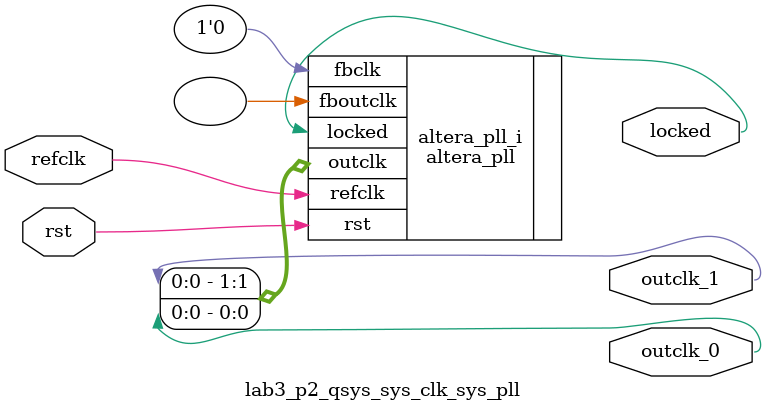
<source format=v>
`timescale 1ns/10ps
module  lab3_p2_qsys_sys_clk_sys_pll(

	// interface 'refclk'
	input wire refclk,

	// interface 'reset'
	input wire rst,

	// interface 'outclk0'
	output wire outclk_0,

	// interface 'outclk1'
	output wire outclk_1,

	// interface 'locked'
	output wire locked
);

	altera_pll #(
		.fractional_vco_multiplier("false"),
		.reference_clock_frequency("50.0 MHz"),
		.operation_mode("direct"),
		.number_of_clocks(2),
		.output_clock_frequency0("50.000000 MHz"),
		.phase_shift0("0 ps"),
		.duty_cycle0(50),
		.output_clock_frequency1("50.000000 MHz"),
		.phase_shift1("-3000 ps"),
		.duty_cycle1(50),
		.output_clock_frequency2("0 MHz"),
		.phase_shift2("0 ps"),
		.duty_cycle2(50),
		.output_clock_frequency3("0 MHz"),
		.phase_shift3("0 ps"),
		.duty_cycle3(50),
		.output_clock_frequency4("0 MHz"),
		.phase_shift4("0 ps"),
		.duty_cycle4(50),
		.output_clock_frequency5("0 MHz"),
		.phase_shift5("0 ps"),
		.duty_cycle5(50),
		.output_clock_frequency6("0 MHz"),
		.phase_shift6("0 ps"),
		.duty_cycle6(50),
		.output_clock_frequency7("0 MHz"),
		.phase_shift7("0 ps"),
		.duty_cycle7(50),
		.output_clock_frequency8("0 MHz"),
		.phase_shift8("0 ps"),
		.duty_cycle8(50),
		.output_clock_frequency9("0 MHz"),
		.phase_shift9("0 ps"),
		.duty_cycle9(50),
		.output_clock_frequency10("0 MHz"),
		.phase_shift10("0 ps"),
		.duty_cycle10(50),
		.output_clock_frequency11("0 MHz"),
		.phase_shift11("0 ps"),
		.duty_cycle11(50),
		.output_clock_frequency12("0 MHz"),
		.phase_shift12("0 ps"),
		.duty_cycle12(50),
		.output_clock_frequency13("0 MHz"),
		.phase_shift13("0 ps"),
		.duty_cycle13(50),
		.output_clock_frequency14("0 MHz"),
		.phase_shift14("0 ps"),
		.duty_cycle14(50),
		.output_clock_frequency15("0 MHz"),
		.phase_shift15("0 ps"),
		.duty_cycle15(50),
		.output_clock_frequency16("0 MHz"),
		.phase_shift16("0 ps"),
		.duty_cycle16(50),
		.output_clock_frequency17("0 MHz"),
		.phase_shift17("0 ps"),
		.duty_cycle17(50),
		.pll_type("General"),
		.pll_subtype("General")
	) altera_pll_i (
		.rst	(rst),
		.outclk	({outclk_1, outclk_0}),
		.locked	(locked),
		.fboutclk	( ),
		.fbclk	(1'b0),
		.refclk	(refclk)
	);
endmodule


</source>
